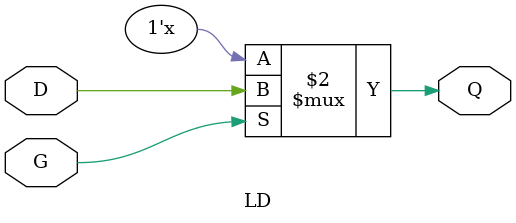
<source format=v>

/*

FUNCTION	: D-LATCH

*/

`celldefine
`timescale  100 ps / 10 ps

module LD (Q, D, G);

    parameter INIT = 1'b0;

    output Q;
    reg    Q;

    input  D, G;

	always @( D or G)
	    if (G)
		Q <= D;

endmodule

</source>
